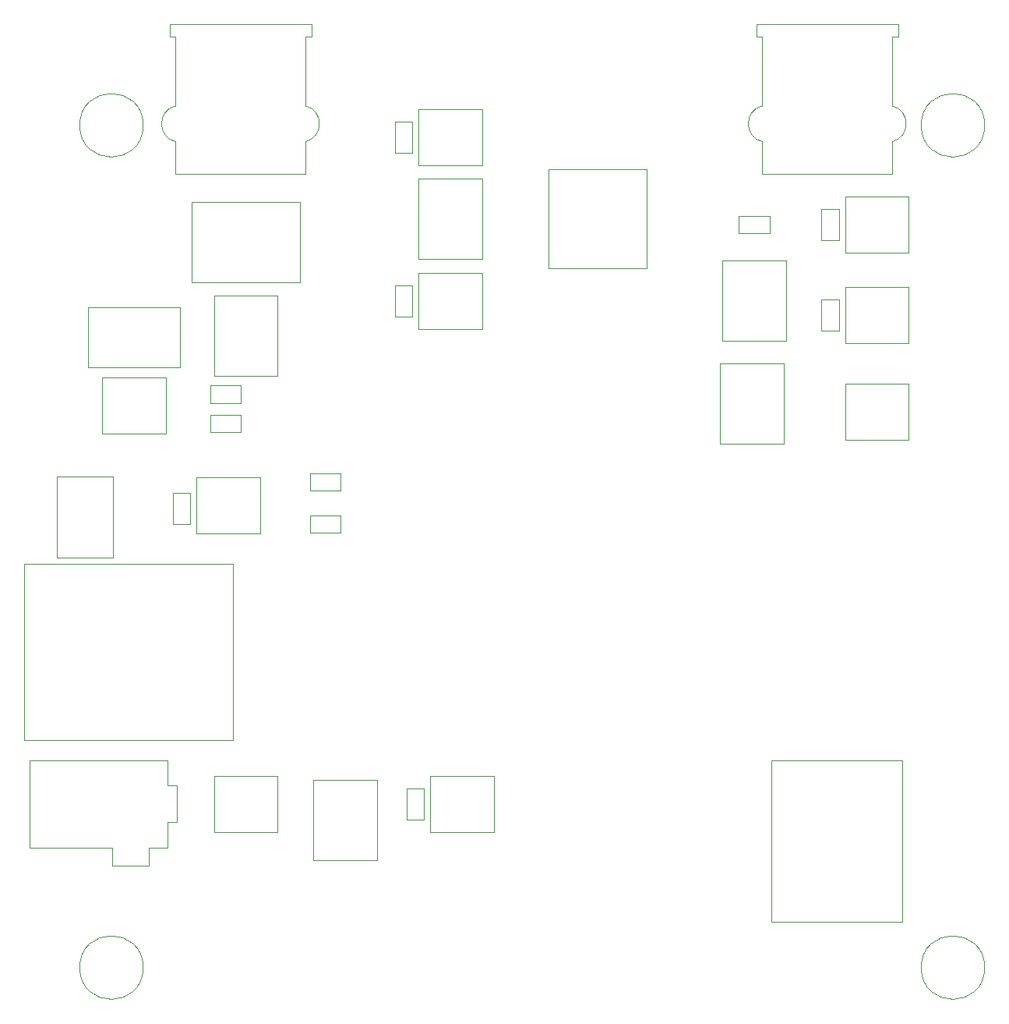
<source format=gbr>
%TF.GenerationSoftware,KiCad,Pcbnew,5.99.0-unknown-e950278637~142~ubuntu18.04.1*%
%TF.CreationDate,2021-10-25T23:56:18+03:00*%
%TF.ProjectId,cdf-1,6364662d-312e-46b6-9963-61645f706362,rev?*%
%TF.SameCoordinates,Original*%
%TF.FileFunction,Other,User*%
%FSLAX46Y46*%
G04 Gerber Fmt 4.6, Leading zero omitted, Abs format (unit mm)*
G04 Created by KiCad (PCBNEW 5.99.0-unknown-e950278637~142~ubuntu18.04.1) date 2021-10-25 23:56:18*
%MOMM*%
%LPD*%
G01*
G04 APERTURE LIST*
%ADD10C,0.050000*%
G04 APERTURE END LIST*
D10*
%TO.C,D9*%
X165669000Y-91967500D02*
X165669000Y-95327500D01*
X163769000Y-91967500D02*
X165669000Y-91967500D01*
X163769000Y-95327500D02*
X163769000Y-91967500D01*
X165669000Y-95327500D02*
X163769000Y-95327500D01*
%TO.C,D10*%
X178660000Y-94427000D02*
X182020000Y-94427000D01*
X182020000Y-94427000D02*
X182020000Y-96327000D01*
X178660000Y-96327000D02*
X178660000Y-94427000D01*
X182020000Y-96327000D02*
X178660000Y-96327000D01*
%TO.C,D11*%
X182020000Y-89855000D02*
X182020000Y-91755000D01*
X178660000Y-89855000D02*
X182020000Y-89855000D01*
X178660000Y-91755000D02*
X178660000Y-89855000D01*
X182020000Y-91755000D02*
X178660000Y-91755000D01*
%TO.C,H5*%
X160549000Y-52070000D02*
G75*
G03*
X160549000Y-52070000I-3450000J0D01*
G01*
%TO.C,H6*%
X251989000Y-52070000D02*
G75*
G03*
X251989000Y-52070000I-3450000J0D01*
G01*
%TO.C,H8*%
X160549000Y-143510000D02*
G75*
G03*
X160549000Y-143510000I-3450000J0D01*
G01*
%TO.C,J3*%
X163179000Y-120980000D02*
X148179000Y-120980000D01*
X161179000Y-130480000D02*
X161179000Y-132480000D01*
X157179000Y-132480000D02*
X157179000Y-130480000D01*
X163179000Y-127730000D02*
X163179000Y-130480000D01*
X163179000Y-123730000D02*
X164179000Y-123730000D01*
X148179000Y-130480000D02*
X148179000Y-120980000D01*
X164179000Y-123730000D02*
X164179000Y-127730000D01*
X164179000Y-127730000D02*
X163179000Y-127730000D01*
X163179000Y-130480000D02*
X161179000Y-130480000D01*
X163179000Y-121230000D02*
X163179000Y-123730000D01*
X161179000Y-132480000D02*
X157179000Y-132480000D01*
X163179000Y-121230000D02*
X163179000Y-120980000D01*
X157179000Y-130480000D02*
X148179000Y-130480000D01*
%TO.C,J17*%
X227179000Y-42420000D02*
X227829000Y-42420000D01*
X241929000Y-57380000D02*
X241929000Y-53850000D01*
X242579000Y-41120000D02*
X242579000Y-42420000D01*
X241929000Y-57380000D02*
X227829000Y-57380000D01*
X227179000Y-41120000D02*
X227179000Y-42420000D01*
X242579000Y-41120000D02*
X227179000Y-41120000D01*
X227829000Y-42420000D02*
X227829000Y-49950000D01*
X241929000Y-42420000D02*
X241929000Y-49950000D01*
X242579000Y-42420000D02*
X241929000Y-42420000D01*
X227829000Y-57380000D02*
X227829000Y-53850000D01*
X227829000Y-49950000D02*
G75*
G03*
X227829000Y-53850000I480000J-1950000D01*
G01*
X241929000Y-53850000D02*
G75*
G03*
X241929000Y-49950000I-480000J1950000D01*
G01*
%TO.C,JP1*%
X185949000Y-123158000D02*
X179049000Y-123158000D01*
X179049000Y-131858000D02*
X185949000Y-131858000D01*
X179049000Y-123158000D02*
X179049000Y-131858000D01*
X185949000Y-131858000D02*
X185949000Y-123158000D01*
%TO.C,JP4*%
X173249000Y-90295000D02*
X166349000Y-90295000D01*
X173249000Y-96395000D02*
X173249000Y-90295000D01*
X166349000Y-96395000D02*
X173249000Y-96395000D01*
X166349000Y-90295000D02*
X166349000Y-96395000D01*
%TO.C,J5*%
X168254000Y-122680000D02*
X168254000Y-128780000D01*
X175154000Y-122680000D02*
X168254000Y-122680000D01*
X175154000Y-128780000D02*
X175154000Y-122680000D01*
X168254000Y-128780000D02*
X175154000Y-128780000D01*
%TO.C,H7*%
X251989000Y-143510000D02*
G75*
G03*
X251989000Y-143510000I-3450000J0D01*
G01*
%TO.C,JP5*%
X190479000Y-68070000D02*
X190479000Y-74170000D01*
X190479000Y-74170000D02*
X197379000Y-74170000D01*
X197379000Y-68070000D02*
X190479000Y-68070000D01*
X197379000Y-74170000D02*
X197379000Y-68070000D01*
%TO.C,JP8*%
X190479000Y-57880000D02*
X190479000Y-66580000D01*
X197379000Y-57880000D02*
X190479000Y-57880000D01*
X190479000Y-66580000D02*
X197379000Y-66580000D01*
X197379000Y-66580000D02*
X197379000Y-57880000D01*
%TO.C,D5*%
X187899000Y-51660000D02*
X189799000Y-51660000D01*
X187899000Y-55020000D02*
X187899000Y-51660000D01*
X189799000Y-51660000D02*
X189799000Y-55020000D01*
X189799000Y-55020000D02*
X187899000Y-55020000D01*
%TO.C,JP6*%
X197379000Y-56390000D02*
X197379000Y-50290000D01*
X190479000Y-50290000D02*
X190479000Y-56390000D01*
X197379000Y-50290000D02*
X190479000Y-50290000D01*
X190479000Y-56390000D02*
X197379000Y-56390000D01*
%TO.C,D8*%
X187899000Y-72800000D02*
X187899000Y-69440000D01*
X189799000Y-72800000D02*
X187899000Y-72800000D01*
X189799000Y-69440000D02*
X189799000Y-72800000D01*
X187899000Y-69440000D02*
X189799000Y-69440000D01*
%TO.C,D18*%
X167816500Y-82230000D02*
X167816500Y-80330000D01*
X171176500Y-82230000D02*
X167816500Y-82230000D01*
X171176500Y-80330000D02*
X171176500Y-82230000D01*
X167816500Y-80330000D02*
X171176500Y-80330000D01*
%TO.C,J1*%
X151173000Y-90215000D02*
X151173000Y-99015000D01*
X157273000Y-99015000D02*
X151173000Y-99015000D01*
X157273000Y-90215000D02*
X157273000Y-99015000D01*
X151173000Y-90215000D02*
X157273000Y-90215000D01*
%TO.C,J10*%
X204596400Y-56820000D02*
X204596400Y-67620000D01*
X215296400Y-56820000D02*
X204596400Y-56820000D01*
X215296400Y-67620000D02*
X215296400Y-56820000D01*
X204596400Y-67620000D02*
X215296400Y-67620000D01*
%TO.C,J6*%
X178825000Y-42420000D02*
X178175000Y-42420000D01*
X163425000Y-42420000D02*
X164075000Y-42420000D01*
X178825000Y-41120000D02*
X163425000Y-41120000D01*
X164075000Y-42420000D02*
X164075000Y-49950000D01*
X164075000Y-57380000D02*
X164075000Y-53850000D01*
X178175000Y-57380000D02*
X164075000Y-57380000D01*
X178175000Y-42420000D02*
X178175000Y-49950000D01*
X163425000Y-41120000D02*
X163425000Y-42420000D01*
X178175000Y-57380000D02*
X178175000Y-53850000D01*
X178825000Y-41120000D02*
X178825000Y-42420000D01*
X178175000Y-53850000D02*
G75*
G03*
X178175000Y-49950000I-480000J1950000D01*
G01*
X164075000Y-49950000D02*
G75*
G03*
X164075000Y-53850000I480000J-1950000D01*
G01*
%TO.C,JP3*%
X162985000Y-85523000D02*
X162985000Y-79423000D01*
X156085000Y-85523000D02*
X162985000Y-85523000D01*
X156085000Y-79423000D02*
X156085000Y-85523000D01*
X162985000Y-79423000D02*
X156085000Y-79423000D01*
%TO.C,J7*%
X170344000Y-99645000D02*
X147624000Y-99645000D01*
X170344000Y-118795000D02*
X170344000Y-99645000D01*
X147624000Y-99645000D02*
X147624000Y-118795000D01*
X147624000Y-118795000D02*
X170344000Y-118795000D01*
%TO.C,SW2*%
X243029800Y-121055000D02*
X243029800Y-138555000D01*
X228829800Y-138555000D02*
X228829800Y-121055000D01*
X228829800Y-138555000D02*
X243029800Y-138555000D01*
X243029800Y-121055000D02*
X228829800Y-121055000D01*
%TO.C,J20*%
X236834000Y-80135000D02*
X236834000Y-86235000D01*
X236834000Y-86235000D02*
X243734000Y-86235000D01*
X243734000Y-86235000D02*
X243734000Y-80135000D01*
X243734000Y-80135000D02*
X236834000Y-80135000D01*
%TO.C,JP12*%
X236834000Y-65915000D02*
X243734000Y-65915000D01*
X236834000Y-59815000D02*
X236834000Y-65915000D01*
X243734000Y-65915000D02*
X243734000Y-59815000D01*
X243734000Y-59815000D02*
X236834000Y-59815000D01*
%TO.C,JP14*%
X243734000Y-69594000D02*
X236834000Y-69594000D01*
X236834000Y-69594000D02*
X236834000Y-75694000D01*
X243734000Y-75694000D02*
X243734000Y-69594000D01*
X236834000Y-75694000D02*
X243734000Y-75694000D01*
%TO.C,D13*%
X234254000Y-64545000D02*
X234254000Y-61185000D01*
X236154000Y-61185000D02*
X236154000Y-64545000D01*
X236154000Y-64545000D02*
X234254000Y-64545000D01*
X234254000Y-61185000D02*
X236154000Y-61185000D01*
%TO.C,D17*%
X234254000Y-70964000D02*
X236154000Y-70964000D01*
X236154000Y-70964000D02*
X236154000Y-74324000D01*
X236154000Y-74324000D02*
X234254000Y-74324000D01*
X234254000Y-74324000D02*
X234254000Y-70964000D01*
%TO.C,J15*%
X230145000Y-86646000D02*
X230145000Y-77946000D01*
X230145000Y-77946000D02*
X223245000Y-77946000D01*
X223245000Y-86646000D02*
X230145000Y-86646000D01*
X223245000Y-77946000D02*
X223245000Y-86646000D01*
%TO.C,JP11*%
X230399000Y-66770000D02*
X223499000Y-66770000D01*
X230399000Y-75470000D02*
X230399000Y-66770000D01*
X223499000Y-66770000D02*
X223499000Y-75470000D01*
X223499000Y-75470000D02*
X230399000Y-75470000D01*
%TO.C,D12*%
X225269000Y-61915000D02*
X228629000Y-61915000D01*
X225269000Y-63815000D02*
X225269000Y-61915000D01*
X228629000Y-63815000D02*
X225269000Y-63815000D01*
X228629000Y-61915000D02*
X228629000Y-63815000D01*
%TO.C,JP16*%
X177604000Y-69120000D02*
X177604000Y-60420000D01*
X165804000Y-69120000D02*
X177604000Y-69120000D01*
X165804000Y-60420000D02*
X165804000Y-69120000D01*
X177604000Y-60420000D02*
X165804000Y-60420000D01*
%TO.C,D1*%
X171176500Y-83505000D02*
X171176500Y-85405000D01*
X171176500Y-85405000D02*
X167816500Y-85405000D01*
X167816500Y-85405000D02*
X167816500Y-83505000D01*
X167816500Y-83505000D02*
X171176500Y-83505000D01*
%TO.C,SW1*%
X154560000Y-78318000D02*
X164560000Y-78318000D01*
X154560000Y-71818000D02*
X164560000Y-71818000D01*
X154560000Y-71818000D02*
X154560000Y-78318000D01*
X164560000Y-78318000D02*
X164560000Y-71818000D01*
%TO.C,J4*%
X175154000Y-79280000D02*
X175154000Y-70580000D01*
X168254000Y-70580000D02*
X168254000Y-79280000D01*
X175154000Y-70580000D02*
X168254000Y-70580000D01*
X168254000Y-79280000D02*
X175154000Y-79280000D01*
%TO.C,J13*%
X198649000Y-128780000D02*
X198649000Y-122680000D01*
X198649000Y-122680000D02*
X191749000Y-122680000D01*
X191749000Y-122680000D02*
X191749000Y-128780000D01*
X191749000Y-128780000D02*
X198649000Y-128780000D01*
%TO.C,D3*%
X191069000Y-127410000D02*
X189169000Y-127410000D01*
X191069000Y-124050000D02*
X191069000Y-127410000D01*
X189169000Y-124050000D02*
X191069000Y-124050000D01*
X189169000Y-127410000D02*
X189169000Y-124050000D01*
%TD*%
M02*

</source>
